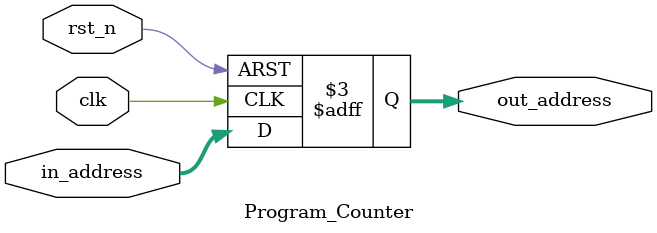
<source format=v>
module Program_Counter
( 
    clk, 
    rst_n, 
    in_address, 
    out_address
);

input clk, rst_n;
input [31:0] in_address;
output reg [31:0] out_address;

always @ (posedge clk or negedge rst_n)
begin
  if(!rst_n)
  out_address <= 32'd0;
  else
  out_address <= in_address;
end
endmodule
</source>
